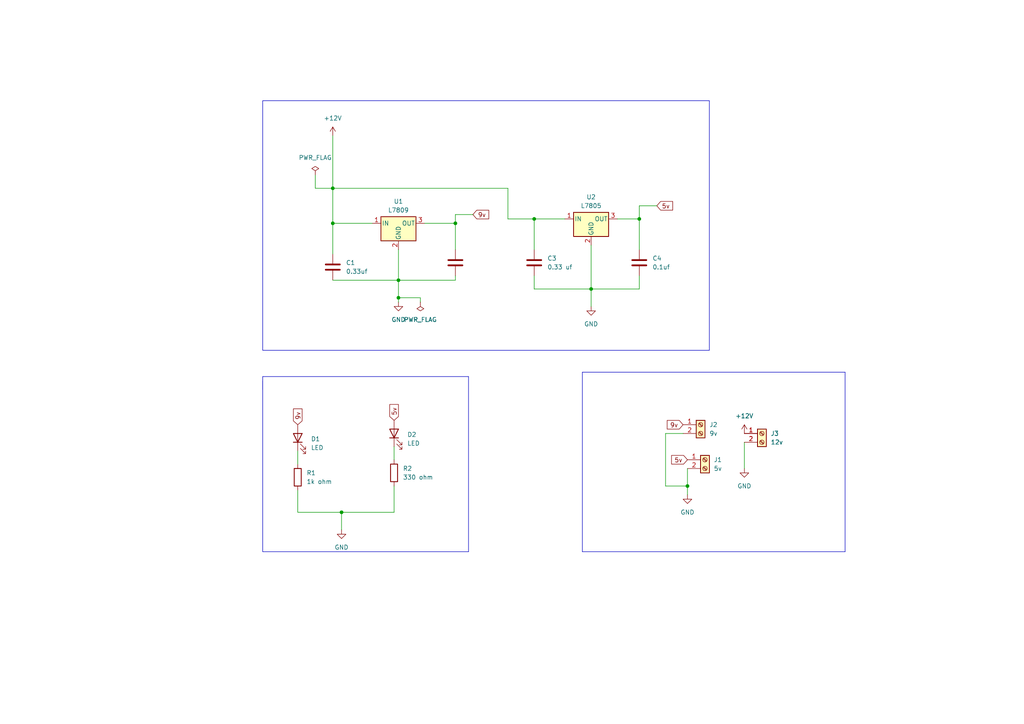
<source format=kicad_sch>
(kicad_sch (version 20230121) (generator eeschema)
  (paper "A4")
  (title_block (title "voltage regulator [5v and 9v]") (date "2023-10-17") (rev "1") (company "Rohan"))
  (lib_symbols
    (symbol "Connector:Screw_Terminal_01x02" (pin_names (offset 1.016) hide)
      (property "Reference" "J" (at 0 2.54 0))
      (property "Value" "Screw_Terminal_01x02" (at 0 -5.08 0))
      (symbol "Screw_Terminal_01x02_1_1"
        (rectangle (start -1.27 1.27) (end 1.27 -3.81) (stroke (width 0.254)) (fill (type background)))
        (circle (center 0 -2.54) (radius 0.635) (stroke (width 0.1524)))
        (polyline (pts (xy -0.5334 -2.2098) (xy 0.3302 -3.048)) (stroke (width 0.1524)))
        (polyline (pts (xy -0.5334 0.3302) (xy 0.3302 -0.508)) (stroke (width 0.1524)))
        (polyline (pts (xy -0.3556 -2.032) (xy 0.508 -2.8702)) (stroke (width 0.1524)))
        (polyline (pts (xy -0.3556 0.508) (xy 0.508 -0.3302)) (stroke (width 0.1524)))
        (circle (center 0 0) (radius 0.635) (stroke (width 0.1524)))
        (pin passive line (at -5.08 0 0) (length 3.81) (name "Pin_1") (number "1"))
        (pin passive line (at -5.08 -2.54 0) (length 3.81) (name "Pin_2") (number "2"))
      )
    )
    (symbol "Device:C" (pin_numbers hide) (pin_names (offset 0.254))
      (property "Reference" "C" (at 0.635 2.54 0))
      (property "Value" "C" (at 0.635 -2.54 0))
      (symbol "C_0_1"
        (polyline (pts (xy -2.032 -0.762) (xy 2.032 -0.762)) (stroke (width 0.508)))
        (polyline (pts (xy -2.032 0.762) (xy 2.032 0.762)) (stroke (width 0.508)))
      )
      (symbol "C_1_1"
        (pin passive line (at 0 3.81 270) (length 2.794) (name "~") (number "1"))
        (pin passive line (at 0 -3.81 90) (length 2.794) (name "~") (number "2"))
      )
    )
    (symbol "Device:LED" (pin_numbers hide) (pin_names (offset 1.016) hide)
      (property "Reference" "D" (at 0 2.54 0))
      (property "Value" "LED" (at 0 -2.54 0))
      (symbol "LED_0_1"
        (polyline (pts (xy -1.27 -1.27) (xy -1.27 1.27)) (stroke (width 0.254)))
        (polyline (pts (xy -1.27 0) (xy 1.27 0)))
        (polyline (pts (xy 1.27 -1.27) (xy 1.27 1.27) (xy -1.27 0) (xy 1.27 -1.27)) (stroke (width 0.254)))
        (polyline (pts (xy -3.048 -0.762) (xy -4.572 -2.286) (xy -3.81 -2.286) (xy -4.572 -2.286) (xy -4.572 -1.524)))
        (polyline (pts (xy -1.778 -0.762) (xy -3.302 -2.286) (xy -2.54 -2.286) (xy -3.302 -2.286) (xy -3.302 -1.524)))
      )
      (symbol "LED_1_1"
        (pin passive line (at -3.81 0 0) (length 2.54) (name "K") (number "1"))
        (pin passive line (at 3.81 0 180) (length 2.54) (name "A") (number "2"))
      )
    )
    (symbol "Device:R" (pin_numbers hide) (pin_names (offset 0))
      (property "Reference" "R" (at 2.032 0 90))
      (property "Value" "R" (at 0 0 90))
      (symbol "R_0_1"
        (rectangle (start -1.016 -2.54) (end 1.016 2.54) (stroke (width 0.254)))
      )
      (symbol "R_1_1"
        (pin passive line (at 0 3.81 270) (length 1.27) (name "~") (number "1"))
        (pin passive line (at 0 -3.81 90) (length 1.27) (name "~") (number "2"))
      )
    )
    (symbol "Regulator_Linear:L7805" (pin_names (offset 0.254))
      (property "Reference" "U" (at -3.81 3.175 0))
      (property "Value" "L7805" (at 0 3.175 0))
      (symbol "L7805_0_1"
        (rectangle (start -5.08 1.905) (end 5.08 -5.08) (stroke (width 0.254)) (fill (type background)))
      )
      (symbol "L7805_1_1"
        (pin power_in line (at -7.62 0 0) (length 2.54) (name "IN") (number "1"))
        (pin power_in line (at 0 -7.62 90) (length 2.54) (name "GND") (number "2"))
        (pin power_out line (at 7.62 0 180) (length 2.54) (name "OUT") (number "3"))
      )
    )
    (symbol "Regulator_Linear:L7809" (pin_names (offset 0.254))
      (property "Reference" "U" (at -3.81 3.175 0))
      (property "Value" "L7809" (at 0 3.175 0))
      (symbol "L7809_0_1"
        (rectangle (start -5.08 1.905) (end 5.08 -5.08) (stroke (width 0.254)) (fill (type background)))
      )
      (symbol "L7809_1_1"
        (pin power_in line (at -7.62 0 0) (length 2.54) (name "IN") (number "1"))
        (pin power_in line (at 0 -7.62 90) (length 2.54) (name "GND") (number "2"))
        (pin power_out line (at 7.62 0 180) (length 2.54) (name "OUT") (number "3"))
      )
    )
    (symbol "power:+12V" (power) (pin_names (offset 0))
      (property "Value" "+12V" (at 0 3.556 0))
      (symbol "+12V_0_1"
        (polyline (pts (xy -0.762 1.27) (xy 0 2.54)))
        (polyline (pts (xy 0 0) (xy 0 2.54)))
        (polyline (pts (xy 0 2.54) (xy 0.762 1.27)))
      )
      (symbol "+12V_1_1"
        (pin power_in line (at 0 0 90) (length 0) hide (name "+12V") (number "1"))
      )
    )
    (symbol "power:GND" (power) (pin_names (offset 0))
      (property "Value" "GND" (at 0 -3.81 0))
      (symbol "GND_0_1"
        (polyline (pts (xy 0 0) (xy 0 -1.27) (xy 1.27 -1.27) (xy 0 -2.54) (xy -1.27 -1.27) (xy 0 -1.27)))
      )
      (symbol "GND_1_1"
        (pin power_in line (at 0 0 270) (length 0) hide (name "GND") (number "1"))
      )
    )
    (symbol "power:PWR_FLAG" (power) (pin_numbers hide) (pin_names (offset 0) hide)
      (property "Value" "PWR_FLAG" (at 0 3.81 0))
      (symbol "PWR_FLAG_0_0"
        (pin power_out line (at 0 0 90) (length 0) (name "pwr") (number "1"))
      )
      (symbol "PWR_FLAG_0_1"
        (polyline (pts (xy 0 0) (xy 0 1.27) (xy -1.016 1.905) (xy 0 2.54) (xy 1.016 1.905) (xy 0 1.27)))
      )
    )
  )
  (junction (at 199.39 140.97))
  (junction (at 115.57 81.28))
  (junction (at 115.57 86.36))
  (junction (at 99.06 148.59))
  (junction (at 154.94 63.5))
  (junction (at 96.52 64.77))
  (junction (at 96.52 54.61))
  (junction (at 132.08 64.77))
  (junction (at 171.45 83.82))
  (junction (at 185.42 63.5))
  (wire (pts (xy 171.45 71.12) (xy 171.45 83.82)))
  (wire (pts (xy 91.44 54.61) (xy 96.52 54.61)))
  (wire (pts (xy 185.42 83.82) (xy 171.45 83.82)))
  (wire (pts (xy 190.5 59.69) (xy 185.42 59.69)))
  (wire (pts (xy 114.3 140.97) (xy 114.3 148.59)))
  (polyline (pts (xy 76.2 109.22) (xy 135.89 109.22)))
  (wire (pts (xy 154.94 63.5) (xy 163.83 63.5)))
  (wire (pts (xy 96.52 64.77) (xy 107.95 64.77)))
  (polyline (pts (xy 76.2 113.03) (xy 76.2 109.22)))
  (wire (pts (xy 99.06 148.59) (xy 114.3 148.59)))
  (wire (pts (xy 171.45 83.82) (xy 171.45 88.9)))
  (polyline (pts (xy 205.74 29.21) (xy 205.74 101.6)))
  (polyline (pts (xy 168.91 160.02) (xy 245.11 160.02)))
  (wire (pts (xy 199.39 140.97) (xy 199.39 143.51)))
  (wire (pts (xy 121.92 87.63) (xy 121.92 86.36)))
  (wire (pts (xy 154.94 80.01) (xy 154.94 83.82)))
  (wire (pts (xy 193.04 140.97) (xy 199.39 140.97)))
  (wire (pts (xy 154.94 72.39) (xy 154.94 63.5)))
  (wire (pts (xy 96.52 73.66) (xy 96.52 64.77)))
  (wire (pts (xy 115.57 81.28) (xy 115.57 86.36)))
  (polyline (pts (xy 76.2 160.02) (xy 76.2 110.49)))
  (wire (pts (xy 96.52 39.37) (xy 96.52 54.61)))
  (wire (pts (xy 147.32 63.5) (xy 154.94 63.5)))
  (wire (pts (xy 115.57 72.39) (xy 115.57 81.28)))
  (polyline (pts (xy 245.11 160.02) (xy 245.11 107.95)))
  (wire (pts (xy 96.52 81.28) (xy 115.57 81.28)))
  (wire (pts (xy 86.36 142.24) (xy 86.36 148.59)))
  (wire (pts (xy 179.07 63.5) (xy 185.42 63.5)))
  (polyline (pts (xy 76.2 29.21) (xy 205.74 29.21)))
  (wire (pts (xy 185.42 80.01) (xy 185.42 83.82)))
  (wire (pts (xy 114.3 129.54) (xy 114.3 133.35)))
  (wire (pts (xy 123.19 64.77) (xy 132.08 64.77)))
  (polyline (pts (xy 76.2 29.21) (xy 76.2 101.6)))
  (polyline (pts (xy 135.89 109.22) (xy 135.89 160.02)))
  (wire (pts (xy 132.08 64.77) (xy 132.08 72.39)))
  (wire (pts (xy 185.42 63.5) (xy 185.42 72.39)))
  (wire (pts (xy 121.92 86.36) (xy 115.57 86.36)))
  (polyline (pts (xy 168.91 107.95) (xy 168.91 160.02)))
  (wire (pts (xy 96.52 54.61) (xy 147.32 54.61)))
  (wire (pts (xy 86.36 148.59) (xy 99.06 148.59)))
  (wire (pts (xy 91.44 50.8) (xy 91.44 54.61)))
  (polyline (pts (xy 168.91 107.95) (xy 245.11 107.95)))
  (wire (pts (xy 199.39 135.89) (xy 199.39 140.97)))
  (wire (pts (xy 215.9 128.27) (xy 215.9 135.89)))
  (wire (pts (xy 115.57 81.28) (xy 132.08 81.28)))
  (wire (pts (xy 171.45 83.82) (xy 154.94 83.82)))
  (wire (pts (xy 185.42 59.69) (xy 185.42 63.5)))
  (wire (pts (xy 193.04 125.73) (xy 193.04 140.97)))
  (wire (pts (xy 115.57 86.36) (xy 115.57 87.63)))
  (wire (pts (xy 147.32 54.61) (xy 147.32 63.5)))
  (wire (pts (xy 132.08 81.28) (xy 132.08 80.01)))
  (wire (pts (xy 99.06 148.59) (xy 99.06 153.67)))
  (wire (pts (xy 137.16 62.23) (xy 132.08 62.23)))
  (wire (pts (xy 96.52 54.61) (xy 96.52 64.77)))
  (wire (pts (xy 132.08 62.23) (xy 132.08 64.77)))
  (polyline (pts (xy 135.89 160.02) (xy 76.2 160.02)))
  (wire (pts (xy 198.12 125.73) (xy 193.04 125.73)))
  (wire (pts (xy 86.36 130.81) (xy 86.36 134.62)))
  (polyline (pts (xy 205.74 101.6) (xy 76.2 101.6)))
  (global_label "9v" (shape input) (at 86.36 123.19 90) (property "Intersheetrefs" "${INTERSHEET_REFS}" (effects hide)))
  (global_label "9v" (shape input) (at 137.16 62.23 0) (property "Intersheetrefs" "${INTERSHEET_REFS}" (effects hide)))
  (global_label "5v" (shape input) (at 114.3 121.92 90) (property "Intersheetrefs" "${INTERSHEET_REFS}" (effects hide)))
  (global_label "5v" (shape input) (at 199.39 133.35 180) (property "Intersheetrefs" "${INTERSHEET_REFS}" (effects hide)))
  (global_label "5v" (shape input) (at 190.5 59.69 0) (property "Intersheetrefs" "${INTERSHEET_REFS}" (effects hide)))
  (global_label "9v" (shape input) (at 198.12 123.19 180) (property "Intersheetrefs" "${INTERSHEET_REFS}" (effects hide)))
  (symbol (lib_id "Regulator_Linear:L7805") (at 171.45 63.5 0) (unit 1)
    (property "Reference" "U2" (at 171.45 57.15 0))
    (property "Value" "L7805" (at 171.45 59.69 0))
    (property "Footprint" "Package_TO_SOT_THT:TO-220-3_Vertical" (effects hide))
    (property "Datasheet" "http://www.st.com/content/ccc/resource/technical/document/datasheet/41/4f/b3/b0/12/d4/47/88/CD00000444.pdf/files/CD00000444.pdf/jcr:content/translations/en.CD00000444.pdf" (effects hide))
  )
  (symbol (lib_id "power:GND") (at 99.06 153.67 0) (unit 1)
    (property "Reference" "#PWR04" (effects hide))
    (property "Value" "GND" (at 99.06 158.75 0))
  )
  (symbol (lib_id "Connector:Screw_Terminal_01x02") (at 203.2 123.19 0) (unit 1)
    (property "Reference" "J2" (at 205.74 123.19 0) (effects (justify left)))
    (property "Value" "9v" (at 205.74 125.73 0) (effects (justify left)))
    (property "Footprint" "TerminalBlock_Phoenix:TerminalBlock_Phoenix_MKDS-1,5-2-5.08_1x02_P5.08mm_Horizontal" (effects hide))
  )
  (symbol (lib_id "Device:R") (at 114.3 137.16 0) (unit 1)
    (property "Reference" "R2" (at 116.84 135.89 0) (effects (justify left)))
    (property "Value" "330 ohm" (at 116.84 138.43 0) (effects (justify left)))
    (property "Footprint" "Resistor_THT:R_Axial_DIN0204_L3.6mm_D1.6mm_P5.08mm_Horizontal" (effects hide))
  )
  (symbol (lib_id "Connector:Screw_Terminal_01x02") (at 220.98 125.73 0) (unit 1)
    (property "Reference" "J3" (at 223.52 125.73 0) (effects (justify left)))
    (property "Value" "12v" (at 223.52 128.27 0) (effects (justify left)))
    (property "Footprint" "TerminalBlock_Phoenix:TerminalBlock_Phoenix_MKDS-1,5-2-5.08_1x02_P5.08mm_Horizontal" (effects hide))
  )
  (symbol (lib_id "Device:C") (at 185.42 76.2 0) (unit 1)
    (property "Reference" "C4" (at 189.23 74.93 0) (effects (justify left)))
    (property "Value" "0.1uf" (at 189.23 77.47 0) (effects (justify left)))
    (property "Footprint" "Capacitor_THT:C_Disc_D3.0mm_W2.0mm_P2.50mm" (effects hide))
  )
  (symbol (lib_id "power:PWR_FLAG") (at 91.44 50.8 0) (unit 1)
    (property "Reference" "#FLG01" (effects hide))
    (property "Value" "PWR_FLAG" (at 91.44 45.72 0))
  )
  (symbol (lib_id "power:GND") (at 199.39 143.51 0) (unit 1)
    (property "Reference" "#PWR05" (effects hide))
    (property "Value" "GND" (at 199.39 148.59 0))
  )
  (symbol (lib_id "power:+12V") (at 96.52 39.37 0) (unit 1)
    (property "Reference" "#PWR01" (effects hide))
    (property "Value" "+12V" (at 96.52 34.29 0))
  )
  (symbol (lib_id "power:GND") (at 215.9 135.89 0) (unit 1)
    (property "Reference" "#PWR02" (effects hide))
    (property "Value" "GND" (at 215.9 140.97 0))
  )
  (symbol (lib_id "Device:C") (at 132.08 76.2 0) (unit 1)
    (property "Reference" "C2" (effects hide))
    (property "Value" "0.1 uf" (effects hide))
    (property "Footprint" "Capacitor_THT:C_Disc_D3.0mm_W2.0mm_P2.50mm" (effects hide))
  )
  (symbol (lib_id "power:PWR_FLAG") (at 121.92 87.63 180) (unit 1)
    (property "Reference" "#FLG02" (effects hide))
    (property "Value" "PWR_FLAG" (at 121.92 92.71 0))
  )
  (symbol (lib_id "power:+12V") (at 215.9 125.73 0) (unit 1)
    (property "Reference" "#PWR07" (effects hide))
    (property "Value" "+12V" (at 215.9 120.65 0))
  )
  (symbol (lib_id "Connector:Screw_Terminal_01x02") (at 204.47 133.35 0) (unit 1)
    (property "Reference" "J1" (at 207.01 133.35 0) (effects (justify left)))
    (property "Value" "5v" (at 207.01 135.89 0) (effects (justify left)))
    (property "Footprint" "TerminalBlock_Phoenix:TerminalBlock_Phoenix_MKDS-1,5-2-5.08_1x02_P5.08mm_Horizontal" (effects hide))
  )
  (symbol (lib_id "power:GND") (at 171.45 88.9 0) (unit 1)
    (property "Reference" "#PWR06" (effects hide))
    (property "Value" "GND" (at 171.45 93.98 0))
  )
  (symbol (lib_id "Device:R") (at 86.36 138.43 0) (unit 1)
    (property "Reference" "R1" (at 88.9 137.16 0) (effects (justify left)))
    (property "Value" "1k ohm" (at 88.9 139.7 0) (effects (justify left)))
    (property "Footprint" "Resistor_THT:R_Axial_DIN0207_L6.3mm_D2.5mm_P7.62mm_Horizontal" (effects hide))
  )
  (symbol (lib_id "power:GND") (at 115.57 87.63 0) (unit 1)
    (property "Reference" "#PWR03" (effects hide))
    (property "Value" "GND" (at 115.57 92.71 0))
  )
  (symbol (lib_id "Device:C") (at 96.52 77.47 0) (unit 1)
    (property "Reference" "C1" (at 100.33 76.2 0) (effects (justify left)))
    (property "Value" "0.33uf" (at 100.33 78.74 0) (effects (justify left)))
    (property "Footprint" "Capacitor_THT:C_Disc_D4.7mm_W2.5mm_P5.00mm" (effects hide))
  )
  (symbol (lib_id "Device:LED") (at 86.36 127 90) (unit 1)
    (property "Reference" "D1" (at 90.17 127.3175 90) (effects (justify right)))
    (property "Value" "LED" (at 90.17 129.8575 90) (effects (justify right)))
    (property "Footprint" "LED_THT:LED_D4.0mm" (effects hide))
  )
  (symbol (lib_id "Regulator_Linear:L7809") (at 115.57 64.77 0) (unit 1)
    (property "Reference" "U1" (at 115.57 58.42 0))
    (property "Value" "L7809" (at 115.57 60.96 0))
    (property "Footprint" "Package_TO_SOT_THT:TO-220-3_Vertical" (effects hide))
    (property "Datasheet" "http://www.st.com/content/ccc/resource/technical/document/datasheet/41/4f/b3/b0/12/d4/47/88/CD00000444.pdf/files/CD00000444.pdf/jcr:content/translations/en.CD00000444.pdf" (effects hide))
  )
  (symbol (lib_id "Device:C") (at 154.94 76.2 0) (unit 1)
    (property "Reference" "C3" (at 158.75 74.93 0) (effects (justify left)))
    (property "Value" "0.33 uf" (at 158.75 77.47 0) (effects (justify left)))
    (property "Footprint" "Capacitor_THT:C_Disc_D4.7mm_W2.5mm_P5.00mm" (effects hide))
  )
  (symbol (lib_id "Device:LED") (at 114.3 125.73 90) (unit 1)
    (property "Reference" "D2" (at 118.11 126.0475 90) (effects (justify right)))
    (property "Value" "LED" (at 118.11 128.5875 90) (effects (justify right)))
    (property "Footprint" "LED_THT:LED_D4.0mm" (effects hide))
  )
)
</source>
